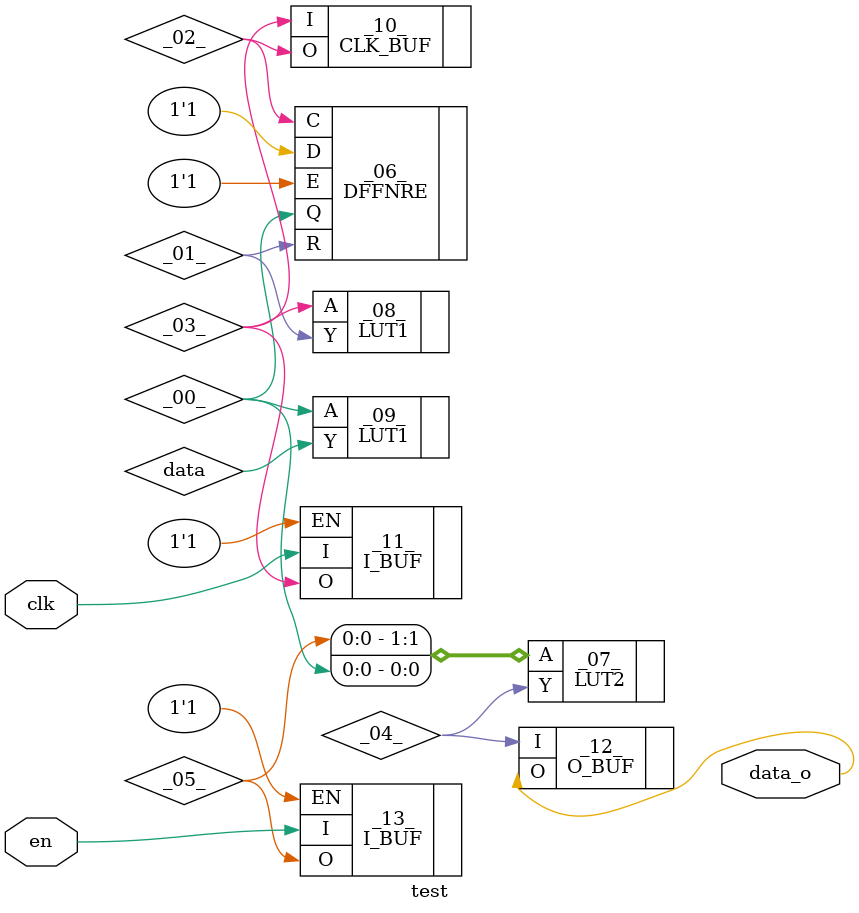
<source format=v>
/* Generated by Yosys 0.38 (git sha1 d2189b06a, gcc 11.2.1 -fPIC -Os) */

module test(en, clk, data_o);
  input clk;
  output data_o;
  input en;
  (* keep = 32'd1 *)
  wire _00_;
  (* src = "/nfs_eda_sw/softwares/Raptor/instl_dir/07_09_2024_09_15_01/bin/../share/yosys/rapidsilicon/genesis3/ffs_map.v:342.65-342.67" *)
  wire _01_;
  wire _02_;
  wire _03_;
  wire _04_;
  wire _05_;
  (* keep = 32'd1 *)
  (* src = "/nfs_scratch/scratch/CompilerValidation/zaheer_ahmad/os_fpga2/Validation/RTL_testcases/GJC-IO-Testcases/test/./rtl/test.v:3.18-3.21" *)
  (* keep = 32'd1 *)
  (* src = "/nfs_scratch/scratch/CompilerValidation/zaheer_ahmad/os_fpga2/Validation/RTL_testcases/GJC-IO-Testcases/test/./rtl/test.v:3.18-3.21" *)
  wire clk;
  (* keep = 32'd1 *)
  (* src = "/nfs_scratch/scratch/CompilerValidation/zaheer_ahmad/os_fpga2/Validation/RTL_testcases/GJC-IO-Testcases/test/./rtl/test.v:7.9-7.13" *)
  (* unused_bits = "0" *)
  wire data;
  (* src = "/nfs_scratch/scratch/CompilerValidation/zaheer_ahmad/os_fpga2/Validation/RTL_testcases/GJC-IO-Testcases/test/./rtl/test.v:4.17-4.23" *)
  (* src = "/nfs_scratch/scratch/CompilerValidation/zaheer_ahmad/os_fpga2/Validation/RTL_testcases/GJC-IO-Testcases/test/./rtl/test.v:4.17-4.23" *)
  wire data_o;
  (* src = "/nfs_scratch/scratch/CompilerValidation/zaheer_ahmad/os_fpga2/Validation/RTL_testcases/GJC-IO-Testcases/test/./rtl/test.v:2.18-2.20" *)
  (* src = "/nfs_scratch/scratch/CompilerValidation/zaheer_ahmad/os_fpga2/Validation/RTL_testcases/GJC-IO-Testcases/test/./rtl/test.v:2.18-2.20" *)
  wire en;
  (* module_not_derived = 32'd1 *)
  (* src = "/nfs_eda_sw/softwares/Raptor/instl_dir/07_09_2024_09_15_01/bin/../share/yosys/rapidsilicon/genesis3/ffs_map.v:342.12-342.69" *)
  DFFNRE _06_ (
    .C(_02_),
    .D(1'h1),
    .E(1'h1),
    .Q(_00_),
    .R(_01_)
  );
  (* module_not_derived = 32'd1 *)
  (* src = "/nfs_eda_sw/softwares/Raptor/instl_dir/07_09_2024_09_15_01/bin/../share/yosys/rapidsilicon/genesis3/lut_map.v:21.38-21.69" *)
  LUT2 #(
    .INIT_VALUE(4'h4)
  ) _07_ (
    .A({ _05_, _00_ }),
    .Y(_04_)
  );
  (* module_not_derived = 32'd1 *)
  (* src = "/nfs_eda_sw/softwares/Raptor/instl_dir/07_09_2024_09_15_01/bin/../share/yosys/rapidsilicon/genesis3/lut_map.v:17.38-17.69" *)
  LUT1 #(
    .INIT_VALUE(2'h1)
  ) _08_ (
    .A(_03_),
    .Y(_01_)
  );
  (* module_not_derived = 32'd1 *)
  (* src = "/nfs_eda_sw/softwares/Raptor/instl_dir/07_09_2024_09_15_01/bin/../share/yosys/rapidsilicon/genesis3/lut_map.v:17.38-17.69" *)
  LUT1 #(
    .INIT_VALUE(2'h1)
  ) _09_ (
    .A(_00_),
    .Y(data)
  );
  (* module_not_derived = 32'd1 *)
  (* src = "/nfs_eda_sw/softwares/Raptor/instl_dir/07_09_2024_09_15_01/bin/../share/yosys/rapidsilicon/genesis3/io_cell_final_map.v:14.13-14.45" *)
  CLK_BUF _10_ (
    .I(_03_),
    .O(_02_)
  );
  (* keep = 32'd1 *)
  (* module_not_derived = 32'd1 *)
  (* src = "/nfs_eda_sw/softwares/Raptor/instl_dir/07_09_2024_09_15_01/bin/../share/yosys/rapidsilicon/genesis3/io_cell_final_map.v:29.41-29.81" *)
  I_BUF #(
    .WEAK_KEEPER("NONE")
  ) _11_ (
    .EN(1'h1),
    .I(clk),
    .O(_03_)
  );
  (* keep = 32'd1 *)
  (* module_not_derived = 32'd1 *)
  (* src = "/nfs_eda_sw/softwares/Raptor/instl_dir/07_09_2024_09_15_01/bin/../share/yosys/rapidsilicon/genesis3/io_cell_final_map.v:41.13-41.44" *)
  O_BUF _12_ (
    .I(_04_),
    .O(data_o)
  );
  (* keep = 32'd1 *)
  (* module_not_derived = 32'd1 *)
  (* src = "/nfs_eda_sw/softwares/Raptor/instl_dir/07_09_2024_09_15_01/bin/../share/yosys/rapidsilicon/genesis3/io_cell_final_map.v:29.41-29.81" *)
  I_BUF #(
    .WEAK_KEEPER("NONE")
  ) _13_ (
    .EN(1'h1),
    .I(en),
    .O(_05_)
  );
endmodule

</source>
